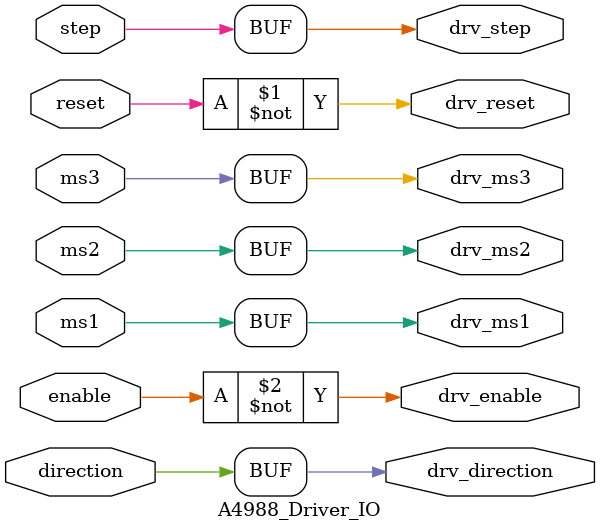
<source format=v>
module A4988_Driver_IO
(
	// Inputs
	input enable,
	input direction,
	input step,
	//input sleep,
	input reset,
	input ms1,
	input ms2,
	input ms3,
 
	// Outputs
	output drv_enable,
	output drv_direction,
	output drv_step,
	//output reg drv_sleep,
	output drv_reset,
	output drv_ms1,
	output drv_ms2,
	output drv_ms3
	
);

	// Hardwires
	assign drv_direction = direction;  // high = clockwise, low = counter-clockwise
	assign drv_step = step;
	//assign drv_sleep = ~sleep;		// Sleep (active low) - unused in our project (connected to VCC pin)
	assign drv_reset = ~reset;			// Reset (active low)
	assign drv_ms1 = ms1;
	assign drv_ms2 = ms2;
	assign drv_ms3 = ms3;
	assign drv_enable = ~enable;		// Enable (active low) - always on will make whine noise

endmodule

</source>
